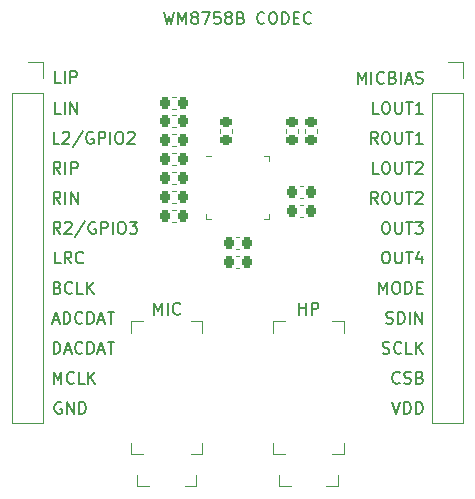
<source format=gto>
%TF.GenerationSoftware,KiCad,Pcbnew,(6.0.0-0)*%
%TF.CreationDate,2022-08-17T15:36:00+02:00*%
%TF.ProjectId,wm8758b_codec_breakout,776d3837-3538-4625-9f63-6f6465635f62,rev?*%
%TF.SameCoordinates,Original*%
%TF.FileFunction,Legend,Top*%
%TF.FilePolarity,Positive*%
%FSLAX46Y46*%
G04 Gerber Fmt 4.6, Leading zero omitted, Abs format (unit mm)*
G04 Created by KiCad (PCBNEW (6.0.0-0)) date 2022-08-17 15:36:00*
%MOMM*%
%LPD*%
G01*
G04 APERTURE LIST*
G04 Aperture macros list*
%AMRoundRect*
0 Rectangle with rounded corners*
0 $1 Rounding radius*
0 $2 $3 $4 $5 $6 $7 $8 $9 X,Y pos of 4 corners*
0 Add a 4 corners polygon primitive as box body*
4,1,4,$2,$3,$4,$5,$6,$7,$8,$9,$2,$3,0*
0 Add four circle primitives for the rounded corners*
1,1,$1+$1,$2,$3*
1,1,$1+$1,$4,$5*
1,1,$1+$1,$6,$7*
1,1,$1+$1,$8,$9*
0 Add four rect primitives between the rounded corners*
20,1,$1+$1,$2,$3,$4,$5,0*
20,1,$1+$1,$4,$5,$6,$7,0*
20,1,$1+$1,$6,$7,$8,$9,0*
20,1,$1+$1,$8,$9,$2,$3,0*%
G04 Aperture macros list end*
%ADD10C,0.150000*%
%ADD11C,0.120000*%
%ADD12R,1.700000X1.700000*%
%ADD13O,1.700000X1.700000*%
%ADD14RoundRect,0.225000X0.225000X0.250000X-0.225000X0.250000X-0.225000X-0.250000X0.225000X-0.250000X0*%
%ADD15RoundRect,0.225000X-0.225000X-0.250000X0.225000X-0.250000X0.225000X0.250000X-0.225000X0.250000X0*%
%ADD16RoundRect,0.225000X0.250000X-0.225000X0.250000X0.225000X-0.250000X0.225000X-0.250000X-0.225000X0*%
%ADD17R,0.400000X0.200000*%
%ADD18R,0.200000X0.400000*%
%ADD19R,0.862500X0.862500*%
%ADD20R,3.500000X1.500000*%
%ADD21C,2.500000*%
G04 APERTURE END LIST*
D10*
X161844500Y-73588380D02*
X161511166Y-73112190D01*
X161273071Y-73588380D02*
X161273071Y-72588380D01*
X161654023Y-72588380D01*
X161749261Y-72636000D01*
X161796880Y-72683619D01*
X161844500Y-72778857D01*
X161844500Y-72921714D01*
X161796880Y-73016952D01*
X161749261Y-73064571D01*
X161654023Y-73112190D01*
X161273071Y-73112190D01*
X162463547Y-72588380D02*
X162654023Y-72588380D01*
X162749261Y-72636000D01*
X162844500Y-72731238D01*
X162892119Y-72921714D01*
X162892119Y-73255047D01*
X162844500Y-73445523D01*
X162749261Y-73540761D01*
X162654023Y-73588380D01*
X162463547Y-73588380D01*
X162368309Y-73540761D01*
X162273071Y-73445523D01*
X162225452Y-73255047D01*
X162225452Y-72921714D01*
X162273071Y-72731238D01*
X162368309Y-72636000D01*
X162463547Y-72588380D01*
X163320690Y-72588380D02*
X163320690Y-73397904D01*
X163368309Y-73493142D01*
X163415928Y-73540761D01*
X163511166Y-73588380D01*
X163701642Y-73588380D01*
X163796880Y-73540761D01*
X163844500Y-73493142D01*
X163892119Y-73397904D01*
X163892119Y-72588380D01*
X164225452Y-72588380D02*
X164796880Y-72588380D01*
X164511166Y-73588380D02*
X164511166Y-72588380D01*
X165654023Y-73588380D02*
X165082595Y-73588380D01*
X165368309Y-73588380D02*
X165368309Y-72588380D01*
X165273071Y-72731238D01*
X165177833Y-72826476D01*
X165082595Y-72874095D01*
X161939738Y-71048380D02*
X161463547Y-71048380D01*
X161463547Y-70048380D01*
X162463547Y-70048380D02*
X162654023Y-70048380D01*
X162749261Y-70096000D01*
X162844500Y-70191238D01*
X162892119Y-70381714D01*
X162892119Y-70715047D01*
X162844500Y-70905523D01*
X162749261Y-71000761D01*
X162654023Y-71048380D01*
X162463547Y-71048380D01*
X162368309Y-71000761D01*
X162273071Y-70905523D01*
X162225452Y-70715047D01*
X162225452Y-70381714D01*
X162273071Y-70191238D01*
X162368309Y-70096000D01*
X162463547Y-70048380D01*
X163320690Y-70048380D02*
X163320690Y-70857904D01*
X163368309Y-70953142D01*
X163415928Y-71000761D01*
X163511166Y-71048380D01*
X163701642Y-71048380D01*
X163796880Y-71000761D01*
X163844500Y-70953142D01*
X163892119Y-70857904D01*
X163892119Y-70048380D01*
X164225452Y-70048380D02*
X164796880Y-70048380D01*
X164511166Y-71048380D02*
X164511166Y-70048380D01*
X165654023Y-71048380D02*
X165082595Y-71048380D01*
X165368309Y-71048380D02*
X165368309Y-70048380D01*
X165273071Y-70191238D01*
X165177833Y-70286476D01*
X165082595Y-70334095D01*
X160177833Y-68508380D02*
X160177833Y-67508380D01*
X160511166Y-68222666D01*
X160844500Y-67508380D01*
X160844500Y-68508380D01*
X161320690Y-68508380D02*
X161320690Y-67508380D01*
X162368309Y-68413142D02*
X162320690Y-68460761D01*
X162177833Y-68508380D01*
X162082595Y-68508380D01*
X161939738Y-68460761D01*
X161844500Y-68365523D01*
X161796880Y-68270285D01*
X161749261Y-68079809D01*
X161749261Y-67936952D01*
X161796880Y-67746476D01*
X161844500Y-67651238D01*
X161939738Y-67556000D01*
X162082595Y-67508380D01*
X162177833Y-67508380D01*
X162320690Y-67556000D01*
X162368309Y-67603619D01*
X163130214Y-67984571D02*
X163273071Y-68032190D01*
X163320690Y-68079809D01*
X163368309Y-68175047D01*
X163368309Y-68317904D01*
X163320690Y-68413142D01*
X163273071Y-68460761D01*
X163177833Y-68508380D01*
X162796880Y-68508380D01*
X162796880Y-67508380D01*
X163130214Y-67508380D01*
X163225452Y-67556000D01*
X163273071Y-67603619D01*
X163320690Y-67698857D01*
X163320690Y-67794095D01*
X163273071Y-67889333D01*
X163225452Y-67936952D01*
X163130214Y-67984571D01*
X162796880Y-67984571D01*
X163796880Y-68508380D02*
X163796880Y-67508380D01*
X164225452Y-68222666D02*
X164701642Y-68222666D01*
X164130214Y-68508380D02*
X164463547Y-67508380D01*
X164796880Y-68508380D01*
X165082595Y-68460761D02*
X165225452Y-68508380D01*
X165463547Y-68508380D01*
X165558785Y-68460761D01*
X165606404Y-68413142D01*
X165654023Y-68317904D01*
X165654023Y-68222666D01*
X165606404Y-68127428D01*
X165558785Y-68079809D01*
X165463547Y-68032190D01*
X165273071Y-67984571D01*
X165177833Y-67936952D01*
X165130214Y-67889333D01*
X165082595Y-67794095D01*
X165082595Y-67698857D01*
X165130214Y-67603619D01*
X165177833Y-67556000D01*
X165273071Y-67508380D01*
X165511166Y-67508380D01*
X165654023Y-67556000D01*
X135051404Y-95496000D02*
X134956166Y-95448380D01*
X134813309Y-95448380D01*
X134670452Y-95496000D01*
X134575214Y-95591238D01*
X134527595Y-95686476D01*
X134479976Y-95876952D01*
X134479976Y-96019809D01*
X134527595Y-96210285D01*
X134575214Y-96305523D01*
X134670452Y-96400761D01*
X134813309Y-96448380D01*
X134908547Y-96448380D01*
X135051404Y-96400761D01*
X135099023Y-96353142D01*
X135099023Y-96019809D01*
X134908547Y-96019809D01*
X135527595Y-96448380D02*
X135527595Y-95448380D01*
X136099023Y-96448380D01*
X136099023Y-95448380D01*
X136575214Y-96448380D02*
X136575214Y-95448380D01*
X136813309Y-95448380D01*
X136956166Y-95496000D01*
X137051404Y-95591238D01*
X137099023Y-95686476D01*
X137146642Y-95876952D01*
X137146642Y-96019809D01*
X137099023Y-96210285D01*
X137051404Y-96305523D01*
X136956166Y-96400761D01*
X136813309Y-96448380D01*
X136575214Y-96448380D01*
X134407595Y-93908380D02*
X134407595Y-92908380D01*
X134740928Y-93622666D01*
X135074261Y-92908380D01*
X135074261Y-93908380D01*
X136121880Y-93813142D02*
X136074261Y-93860761D01*
X135931404Y-93908380D01*
X135836166Y-93908380D01*
X135693309Y-93860761D01*
X135598071Y-93765523D01*
X135550452Y-93670285D01*
X135502833Y-93479809D01*
X135502833Y-93336952D01*
X135550452Y-93146476D01*
X135598071Y-93051238D01*
X135693309Y-92956000D01*
X135836166Y-92908380D01*
X135931404Y-92908380D01*
X136074261Y-92956000D01*
X136121880Y-93003619D01*
X137026642Y-93908380D02*
X136550452Y-93908380D01*
X136550452Y-92908380D01*
X137359976Y-93908380D02*
X137359976Y-92908380D01*
X137931404Y-93908380D02*
X137502833Y-93336952D01*
X137931404Y-92908380D02*
X137359976Y-93479809D01*
X134407595Y-91368380D02*
X134407595Y-90368380D01*
X134645690Y-90368380D01*
X134788547Y-90416000D01*
X134883785Y-90511238D01*
X134931404Y-90606476D01*
X134979023Y-90796952D01*
X134979023Y-90939809D01*
X134931404Y-91130285D01*
X134883785Y-91225523D01*
X134788547Y-91320761D01*
X134645690Y-91368380D01*
X134407595Y-91368380D01*
X135359976Y-91082666D02*
X135836166Y-91082666D01*
X135264738Y-91368380D02*
X135598071Y-90368380D01*
X135931404Y-91368380D01*
X136836166Y-91273142D02*
X136788547Y-91320761D01*
X136645690Y-91368380D01*
X136550452Y-91368380D01*
X136407595Y-91320761D01*
X136312357Y-91225523D01*
X136264738Y-91130285D01*
X136217119Y-90939809D01*
X136217119Y-90796952D01*
X136264738Y-90606476D01*
X136312357Y-90511238D01*
X136407595Y-90416000D01*
X136550452Y-90368380D01*
X136645690Y-90368380D01*
X136788547Y-90416000D01*
X136836166Y-90463619D01*
X137264738Y-91368380D02*
X137264738Y-90368380D01*
X137502833Y-90368380D01*
X137645690Y-90416000D01*
X137740928Y-90511238D01*
X137788547Y-90606476D01*
X137836166Y-90796952D01*
X137836166Y-90939809D01*
X137788547Y-91130285D01*
X137740928Y-91225523D01*
X137645690Y-91320761D01*
X137502833Y-91368380D01*
X137264738Y-91368380D01*
X138217119Y-91082666D02*
X138693309Y-91082666D01*
X138121880Y-91368380D02*
X138455214Y-90368380D01*
X138788547Y-91368380D01*
X138979023Y-90368380D02*
X139550452Y-90368380D01*
X139264738Y-91368380D02*
X139264738Y-90368380D01*
X134359976Y-88542666D02*
X134836166Y-88542666D01*
X134264738Y-88828380D02*
X134598071Y-87828380D01*
X134931404Y-88828380D01*
X135264738Y-88828380D02*
X135264738Y-87828380D01*
X135502833Y-87828380D01*
X135645690Y-87876000D01*
X135740928Y-87971238D01*
X135788547Y-88066476D01*
X135836166Y-88256952D01*
X135836166Y-88399809D01*
X135788547Y-88590285D01*
X135740928Y-88685523D01*
X135645690Y-88780761D01*
X135502833Y-88828380D01*
X135264738Y-88828380D01*
X136836166Y-88733142D02*
X136788547Y-88780761D01*
X136645690Y-88828380D01*
X136550452Y-88828380D01*
X136407595Y-88780761D01*
X136312357Y-88685523D01*
X136264738Y-88590285D01*
X136217119Y-88399809D01*
X136217119Y-88256952D01*
X136264738Y-88066476D01*
X136312357Y-87971238D01*
X136407595Y-87876000D01*
X136550452Y-87828380D01*
X136645690Y-87828380D01*
X136788547Y-87876000D01*
X136836166Y-87923619D01*
X137264738Y-88828380D02*
X137264738Y-87828380D01*
X137502833Y-87828380D01*
X137645690Y-87876000D01*
X137740928Y-87971238D01*
X137788547Y-88066476D01*
X137836166Y-88256952D01*
X137836166Y-88399809D01*
X137788547Y-88590285D01*
X137740928Y-88685523D01*
X137645690Y-88780761D01*
X137502833Y-88828380D01*
X137264738Y-88828380D01*
X138217119Y-88542666D02*
X138693309Y-88542666D01*
X138121880Y-88828380D02*
X138455214Y-87828380D01*
X138788547Y-88828380D01*
X138979023Y-87828380D02*
X139550452Y-87828380D01*
X139264738Y-88828380D02*
X139264738Y-87828380D01*
X134740928Y-85764571D02*
X134883785Y-85812190D01*
X134931404Y-85859809D01*
X134979023Y-85955047D01*
X134979023Y-86097904D01*
X134931404Y-86193142D01*
X134883785Y-86240761D01*
X134788547Y-86288380D01*
X134407595Y-86288380D01*
X134407595Y-85288380D01*
X134740928Y-85288380D01*
X134836166Y-85336000D01*
X134883785Y-85383619D01*
X134931404Y-85478857D01*
X134931404Y-85574095D01*
X134883785Y-85669333D01*
X134836166Y-85716952D01*
X134740928Y-85764571D01*
X134407595Y-85764571D01*
X135979023Y-86193142D02*
X135931404Y-86240761D01*
X135788547Y-86288380D01*
X135693309Y-86288380D01*
X135550452Y-86240761D01*
X135455214Y-86145523D01*
X135407595Y-86050285D01*
X135359976Y-85859809D01*
X135359976Y-85716952D01*
X135407595Y-85526476D01*
X135455214Y-85431238D01*
X135550452Y-85336000D01*
X135693309Y-85288380D01*
X135788547Y-85288380D01*
X135931404Y-85336000D01*
X135979023Y-85383619D01*
X136883785Y-86288380D02*
X136407595Y-86288380D01*
X136407595Y-85288380D01*
X137217119Y-86288380D02*
X137217119Y-85288380D01*
X137788547Y-86288380D02*
X137359976Y-85716952D01*
X137788547Y-85288380D02*
X137217119Y-85859809D01*
X135003785Y-83718380D02*
X134527595Y-83718380D01*
X134527595Y-82718380D01*
X135908547Y-83718380D02*
X135575214Y-83242190D01*
X135337119Y-83718380D02*
X135337119Y-82718380D01*
X135718071Y-82718380D01*
X135813309Y-82766000D01*
X135860928Y-82813619D01*
X135908547Y-82908857D01*
X135908547Y-83051714D01*
X135860928Y-83146952D01*
X135813309Y-83194571D01*
X135718071Y-83242190D01*
X135337119Y-83242190D01*
X136908547Y-83623142D02*
X136860928Y-83670761D01*
X136718071Y-83718380D01*
X136622833Y-83718380D01*
X136479976Y-83670761D01*
X136384738Y-83575523D01*
X136337119Y-83480285D01*
X136289500Y-83289809D01*
X136289500Y-83146952D01*
X136337119Y-82956476D01*
X136384738Y-82861238D01*
X136479976Y-82766000D01*
X136622833Y-82718380D01*
X136718071Y-82718380D01*
X136860928Y-82766000D01*
X136908547Y-82813619D01*
X134979023Y-81208380D02*
X134645690Y-80732190D01*
X134407595Y-81208380D02*
X134407595Y-80208380D01*
X134788547Y-80208380D01*
X134883785Y-80256000D01*
X134931404Y-80303619D01*
X134979023Y-80398857D01*
X134979023Y-80541714D01*
X134931404Y-80636952D01*
X134883785Y-80684571D01*
X134788547Y-80732190D01*
X134407595Y-80732190D01*
X135359976Y-80303619D02*
X135407595Y-80256000D01*
X135502833Y-80208380D01*
X135740928Y-80208380D01*
X135836166Y-80256000D01*
X135883785Y-80303619D01*
X135931404Y-80398857D01*
X135931404Y-80494095D01*
X135883785Y-80636952D01*
X135312357Y-81208380D01*
X135931404Y-81208380D01*
X137074261Y-80160761D02*
X136217119Y-81446476D01*
X137931404Y-80256000D02*
X137836166Y-80208380D01*
X137693309Y-80208380D01*
X137550452Y-80256000D01*
X137455214Y-80351238D01*
X137407595Y-80446476D01*
X137359976Y-80636952D01*
X137359976Y-80779809D01*
X137407595Y-80970285D01*
X137455214Y-81065523D01*
X137550452Y-81160761D01*
X137693309Y-81208380D01*
X137788547Y-81208380D01*
X137931404Y-81160761D01*
X137979023Y-81113142D01*
X137979023Y-80779809D01*
X137788547Y-80779809D01*
X138407595Y-81208380D02*
X138407595Y-80208380D01*
X138788547Y-80208380D01*
X138883785Y-80256000D01*
X138931404Y-80303619D01*
X138979023Y-80398857D01*
X138979023Y-80541714D01*
X138931404Y-80636952D01*
X138883785Y-80684571D01*
X138788547Y-80732190D01*
X138407595Y-80732190D01*
X139407595Y-81208380D02*
X139407595Y-80208380D01*
X140074261Y-80208380D02*
X140264738Y-80208380D01*
X140359976Y-80256000D01*
X140455214Y-80351238D01*
X140502833Y-80541714D01*
X140502833Y-80875047D01*
X140455214Y-81065523D01*
X140359976Y-81160761D01*
X140264738Y-81208380D01*
X140074261Y-81208380D01*
X139979023Y-81160761D01*
X139883785Y-81065523D01*
X139836166Y-80875047D01*
X139836166Y-80541714D01*
X139883785Y-80351238D01*
X139979023Y-80256000D01*
X140074261Y-80208380D01*
X140836166Y-80208380D02*
X141455214Y-80208380D01*
X141121880Y-80589333D01*
X141264738Y-80589333D01*
X141359976Y-80636952D01*
X141407595Y-80684571D01*
X141455214Y-80779809D01*
X141455214Y-81017904D01*
X141407595Y-81113142D01*
X141359976Y-81160761D01*
X141264738Y-81208380D01*
X140979023Y-81208380D01*
X140883785Y-81160761D01*
X140836166Y-81113142D01*
X134979023Y-78668380D02*
X134645690Y-78192190D01*
X134407595Y-78668380D02*
X134407595Y-77668380D01*
X134788547Y-77668380D01*
X134883785Y-77716000D01*
X134931404Y-77763619D01*
X134979023Y-77858857D01*
X134979023Y-78001714D01*
X134931404Y-78096952D01*
X134883785Y-78144571D01*
X134788547Y-78192190D01*
X134407595Y-78192190D01*
X135407595Y-78668380D02*
X135407595Y-77668380D01*
X135883785Y-78668380D02*
X135883785Y-77668380D01*
X136455214Y-78668380D01*
X136455214Y-77668380D01*
X134979023Y-76128380D02*
X134645690Y-75652190D01*
X134407595Y-76128380D02*
X134407595Y-75128380D01*
X134788547Y-75128380D01*
X134883785Y-75176000D01*
X134931404Y-75223619D01*
X134979023Y-75318857D01*
X134979023Y-75461714D01*
X134931404Y-75556952D01*
X134883785Y-75604571D01*
X134788547Y-75652190D01*
X134407595Y-75652190D01*
X135407595Y-76128380D02*
X135407595Y-75128380D01*
X135883785Y-76128380D02*
X135883785Y-75128380D01*
X136264738Y-75128380D01*
X136359976Y-75176000D01*
X136407595Y-75223619D01*
X136455214Y-75318857D01*
X136455214Y-75461714D01*
X136407595Y-75556952D01*
X136359976Y-75604571D01*
X136264738Y-75652190D01*
X135883785Y-75652190D01*
X134883785Y-73588380D02*
X134407595Y-73588380D01*
X134407595Y-72588380D01*
X135169500Y-72683619D02*
X135217119Y-72636000D01*
X135312357Y-72588380D01*
X135550452Y-72588380D01*
X135645690Y-72636000D01*
X135693309Y-72683619D01*
X135740928Y-72778857D01*
X135740928Y-72874095D01*
X135693309Y-73016952D01*
X135121880Y-73588380D01*
X135740928Y-73588380D01*
X136883785Y-72540761D02*
X136026642Y-73826476D01*
X137740928Y-72636000D02*
X137645690Y-72588380D01*
X137502833Y-72588380D01*
X137359976Y-72636000D01*
X137264738Y-72731238D01*
X137217119Y-72826476D01*
X137169500Y-73016952D01*
X137169500Y-73159809D01*
X137217119Y-73350285D01*
X137264738Y-73445523D01*
X137359976Y-73540761D01*
X137502833Y-73588380D01*
X137598071Y-73588380D01*
X137740928Y-73540761D01*
X137788547Y-73493142D01*
X137788547Y-73159809D01*
X137598071Y-73159809D01*
X138217119Y-73588380D02*
X138217119Y-72588380D01*
X138598071Y-72588380D01*
X138693309Y-72636000D01*
X138740928Y-72683619D01*
X138788547Y-72778857D01*
X138788547Y-72921714D01*
X138740928Y-73016952D01*
X138693309Y-73064571D01*
X138598071Y-73112190D01*
X138217119Y-73112190D01*
X139217119Y-73588380D02*
X139217119Y-72588380D01*
X139883785Y-72588380D02*
X140074261Y-72588380D01*
X140169500Y-72636000D01*
X140264738Y-72731238D01*
X140312357Y-72921714D01*
X140312357Y-73255047D01*
X140264738Y-73445523D01*
X140169500Y-73540761D01*
X140074261Y-73588380D01*
X139883785Y-73588380D01*
X139788547Y-73540761D01*
X139693309Y-73445523D01*
X139645690Y-73255047D01*
X139645690Y-72921714D01*
X139693309Y-72731238D01*
X139788547Y-72636000D01*
X139883785Y-72588380D01*
X140693309Y-72683619D02*
X140740928Y-72636000D01*
X140836166Y-72588380D01*
X141074261Y-72588380D01*
X141169500Y-72636000D01*
X141217119Y-72683619D01*
X141264738Y-72778857D01*
X141264738Y-72874095D01*
X141217119Y-73016952D01*
X140645690Y-73588380D01*
X141264738Y-73588380D01*
X135003785Y-71048380D02*
X134527595Y-71048380D01*
X134527595Y-70048380D01*
X135337119Y-71048380D02*
X135337119Y-70048380D01*
X135813309Y-71048380D02*
X135813309Y-70048380D01*
X136384738Y-71048380D01*
X136384738Y-70048380D01*
X135003785Y-68448380D02*
X134527595Y-68448380D01*
X134527595Y-67448380D01*
X135337119Y-68448380D02*
X135337119Y-67448380D01*
X135813309Y-68448380D02*
X135813309Y-67448380D01*
X136194261Y-67448380D01*
X136289500Y-67496000D01*
X136337119Y-67543619D01*
X136384738Y-67638857D01*
X136384738Y-67781714D01*
X136337119Y-67876952D01*
X136289500Y-67924571D01*
X136194261Y-67972190D01*
X135813309Y-67972190D01*
X163082595Y-95448380D02*
X163415928Y-96448380D01*
X163749261Y-95448380D01*
X164082595Y-96448380D02*
X164082595Y-95448380D01*
X164320690Y-95448380D01*
X164463547Y-95496000D01*
X164558785Y-95591238D01*
X164606404Y-95686476D01*
X164654023Y-95876952D01*
X164654023Y-96019809D01*
X164606404Y-96210285D01*
X164558785Y-96305523D01*
X164463547Y-96400761D01*
X164320690Y-96448380D01*
X164082595Y-96448380D01*
X165082595Y-96448380D02*
X165082595Y-95448380D01*
X165320690Y-95448380D01*
X165463547Y-95496000D01*
X165558785Y-95591238D01*
X165606404Y-95686476D01*
X165654023Y-95876952D01*
X165654023Y-96019809D01*
X165606404Y-96210285D01*
X165558785Y-96305523D01*
X165463547Y-96400761D01*
X165320690Y-96448380D01*
X165082595Y-96448380D01*
X163701642Y-93813142D02*
X163654023Y-93860761D01*
X163511166Y-93908380D01*
X163415928Y-93908380D01*
X163273071Y-93860761D01*
X163177833Y-93765523D01*
X163130214Y-93670285D01*
X163082595Y-93479809D01*
X163082595Y-93336952D01*
X163130214Y-93146476D01*
X163177833Y-93051238D01*
X163273071Y-92956000D01*
X163415928Y-92908380D01*
X163511166Y-92908380D01*
X163654023Y-92956000D01*
X163701642Y-93003619D01*
X164082595Y-93860761D02*
X164225452Y-93908380D01*
X164463547Y-93908380D01*
X164558785Y-93860761D01*
X164606404Y-93813142D01*
X164654023Y-93717904D01*
X164654023Y-93622666D01*
X164606404Y-93527428D01*
X164558785Y-93479809D01*
X164463547Y-93432190D01*
X164273071Y-93384571D01*
X164177833Y-93336952D01*
X164130214Y-93289333D01*
X164082595Y-93194095D01*
X164082595Y-93098857D01*
X164130214Y-93003619D01*
X164177833Y-92956000D01*
X164273071Y-92908380D01*
X164511166Y-92908380D01*
X164654023Y-92956000D01*
X165415928Y-93384571D02*
X165558785Y-93432190D01*
X165606404Y-93479809D01*
X165654023Y-93575047D01*
X165654023Y-93717904D01*
X165606404Y-93813142D01*
X165558785Y-93860761D01*
X165463547Y-93908380D01*
X165082595Y-93908380D01*
X165082595Y-92908380D01*
X165415928Y-92908380D01*
X165511166Y-92956000D01*
X165558785Y-93003619D01*
X165606404Y-93098857D01*
X165606404Y-93194095D01*
X165558785Y-93289333D01*
X165511166Y-93336952D01*
X165415928Y-93384571D01*
X165082595Y-93384571D01*
X162273071Y-91320761D02*
X162415928Y-91368380D01*
X162654023Y-91368380D01*
X162749261Y-91320761D01*
X162796880Y-91273142D01*
X162844500Y-91177904D01*
X162844500Y-91082666D01*
X162796880Y-90987428D01*
X162749261Y-90939809D01*
X162654023Y-90892190D01*
X162463547Y-90844571D01*
X162368309Y-90796952D01*
X162320690Y-90749333D01*
X162273071Y-90654095D01*
X162273071Y-90558857D01*
X162320690Y-90463619D01*
X162368309Y-90416000D01*
X162463547Y-90368380D01*
X162701642Y-90368380D01*
X162844500Y-90416000D01*
X163844500Y-91273142D02*
X163796880Y-91320761D01*
X163654023Y-91368380D01*
X163558785Y-91368380D01*
X163415928Y-91320761D01*
X163320690Y-91225523D01*
X163273071Y-91130285D01*
X163225452Y-90939809D01*
X163225452Y-90796952D01*
X163273071Y-90606476D01*
X163320690Y-90511238D01*
X163415928Y-90416000D01*
X163558785Y-90368380D01*
X163654023Y-90368380D01*
X163796880Y-90416000D01*
X163844500Y-90463619D01*
X164749261Y-91368380D02*
X164273071Y-91368380D01*
X164273071Y-90368380D01*
X165082595Y-91368380D02*
X165082595Y-90368380D01*
X165654023Y-91368380D02*
X165225452Y-90796952D01*
X165654023Y-90368380D02*
X165082595Y-90939809D01*
X161939738Y-76128380D02*
X161463547Y-76128380D01*
X161463547Y-75128380D01*
X162463547Y-75128380D02*
X162654023Y-75128380D01*
X162749261Y-75176000D01*
X162844500Y-75271238D01*
X162892119Y-75461714D01*
X162892119Y-75795047D01*
X162844500Y-75985523D01*
X162749261Y-76080761D01*
X162654023Y-76128380D01*
X162463547Y-76128380D01*
X162368309Y-76080761D01*
X162273071Y-75985523D01*
X162225452Y-75795047D01*
X162225452Y-75461714D01*
X162273071Y-75271238D01*
X162368309Y-75176000D01*
X162463547Y-75128380D01*
X163320690Y-75128380D02*
X163320690Y-75937904D01*
X163368309Y-76033142D01*
X163415928Y-76080761D01*
X163511166Y-76128380D01*
X163701642Y-76128380D01*
X163796880Y-76080761D01*
X163844500Y-76033142D01*
X163892119Y-75937904D01*
X163892119Y-75128380D01*
X164225452Y-75128380D02*
X164796880Y-75128380D01*
X164511166Y-76128380D02*
X164511166Y-75128380D01*
X165082595Y-75223619D02*
X165130214Y-75176000D01*
X165225452Y-75128380D01*
X165463547Y-75128380D01*
X165558785Y-75176000D01*
X165606404Y-75223619D01*
X165654023Y-75318857D01*
X165654023Y-75414095D01*
X165606404Y-75556952D01*
X165034976Y-76128380D01*
X165654023Y-76128380D01*
X161844500Y-78668380D02*
X161511166Y-78192190D01*
X161273071Y-78668380D02*
X161273071Y-77668380D01*
X161654023Y-77668380D01*
X161749261Y-77716000D01*
X161796880Y-77763619D01*
X161844500Y-77858857D01*
X161844500Y-78001714D01*
X161796880Y-78096952D01*
X161749261Y-78144571D01*
X161654023Y-78192190D01*
X161273071Y-78192190D01*
X162463547Y-77668380D02*
X162654023Y-77668380D01*
X162749261Y-77716000D01*
X162844500Y-77811238D01*
X162892119Y-78001714D01*
X162892119Y-78335047D01*
X162844500Y-78525523D01*
X162749261Y-78620761D01*
X162654023Y-78668380D01*
X162463547Y-78668380D01*
X162368309Y-78620761D01*
X162273071Y-78525523D01*
X162225452Y-78335047D01*
X162225452Y-78001714D01*
X162273071Y-77811238D01*
X162368309Y-77716000D01*
X162463547Y-77668380D01*
X163320690Y-77668380D02*
X163320690Y-78477904D01*
X163368309Y-78573142D01*
X163415928Y-78620761D01*
X163511166Y-78668380D01*
X163701642Y-78668380D01*
X163796880Y-78620761D01*
X163844500Y-78573142D01*
X163892119Y-78477904D01*
X163892119Y-77668380D01*
X164225452Y-77668380D02*
X164796880Y-77668380D01*
X164511166Y-78668380D02*
X164511166Y-77668380D01*
X165082595Y-77763619D02*
X165130214Y-77716000D01*
X165225452Y-77668380D01*
X165463547Y-77668380D01*
X165558785Y-77716000D01*
X165606404Y-77763619D01*
X165654023Y-77858857D01*
X165654023Y-77954095D01*
X165606404Y-78096952D01*
X165034976Y-78668380D01*
X165654023Y-78668380D01*
X162463547Y-80208380D02*
X162654023Y-80208380D01*
X162749261Y-80256000D01*
X162844500Y-80351238D01*
X162892119Y-80541714D01*
X162892119Y-80875047D01*
X162844500Y-81065523D01*
X162749261Y-81160761D01*
X162654023Y-81208380D01*
X162463547Y-81208380D01*
X162368309Y-81160761D01*
X162273071Y-81065523D01*
X162225452Y-80875047D01*
X162225452Y-80541714D01*
X162273071Y-80351238D01*
X162368309Y-80256000D01*
X162463547Y-80208380D01*
X163320690Y-80208380D02*
X163320690Y-81017904D01*
X163368309Y-81113142D01*
X163415928Y-81160761D01*
X163511166Y-81208380D01*
X163701642Y-81208380D01*
X163796880Y-81160761D01*
X163844500Y-81113142D01*
X163892119Y-81017904D01*
X163892119Y-80208380D01*
X164225452Y-80208380D02*
X164796880Y-80208380D01*
X164511166Y-81208380D02*
X164511166Y-80208380D01*
X165034976Y-80208380D02*
X165654023Y-80208380D01*
X165320690Y-80589333D01*
X165463547Y-80589333D01*
X165558785Y-80636952D01*
X165606404Y-80684571D01*
X165654023Y-80779809D01*
X165654023Y-81017904D01*
X165606404Y-81113142D01*
X165558785Y-81160761D01*
X165463547Y-81208380D01*
X165177833Y-81208380D01*
X165082595Y-81160761D01*
X165034976Y-81113142D01*
X162558785Y-88780761D02*
X162701642Y-88828380D01*
X162939738Y-88828380D01*
X163034976Y-88780761D01*
X163082595Y-88733142D01*
X163130214Y-88637904D01*
X163130214Y-88542666D01*
X163082595Y-88447428D01*
X163034976Y-88399809D01*
X162939738Y-88352190D01*
X162749261Y-88304571D01*
X162654023Y-88256952D01*
X162606404Y-88209333D01*
X162558785Y-88114095D01*
X162558785Y-88018857D01*
X162606404Y-87923619D01*
X162654023Y-87876000D01*
X162749261Y-87828380D01*
X162987357Y-87828380D01*
X163130214Y-87876000D01*
X163558785Y-88828380D02*
X163558785Y-87828380D01*
X163796880Y-87828380D01*
X163939738Y-87876000D01*
X164034976Y-87971238D01*
X164082595Y-88066476D01*
X164130214Y-88256952D01*
X164130214Y-88399809D01*
X164082595Y-88590285D01*
X164034976Y-88685523D01*
X163939738Y-88780761D01*
X163796880Y-88828380D01*
X163558785Y-88828380D01*
X164558785Y-88828380D02*
X164558785Y-87828380D01*
X165034976Y-88828380D02*
X165034976Y-87828380D01*
X165606404Y-88828380D01*
X165606404Y-87828380D01*
X162463547Y-82718380D02*
X162654023Y-82718380D01*
X162749261Y-82766000D01*
X162844500Y-82861238D01*
X162892119Y-83051714D01*
X162892119Y-83385047D01*
X162844500Y-83575523D01*
X162749261Y-83670761D01*
X162654023Y-83718380D01*
X162463547Y-83718380D01*
X162368309Y-83670761D01*
X162273071Y-83575523D01*
X162225452Y-83385047D01*
X162225452Y-83051714D01*
X162273071Y-82861238D01*
X162368309Y-82766000D01*
X162463547Y-82718380D01*
X163320690Y-82718380D02*
X163320690Y-83527904D01*
X163368309Y-83623142D01*
X163415928Y-83670761D01*
X163511166Y-83718380D01*
X163701642Y-83718380D01*
X163796880Y-83670761D01*
X163844500Y-83623142D01*
X163892119Y-83527904D01*
X163892119Y-82718380D01*
X164225452Y-82718380D02*
X164796880Y-82718380D01*
X164511166Y-83718380D02*
X164511166Y-82718380D01*
X165558785Y-83051714D02*
X165558785Y-83718380D01*
X165320690Y-82670761D02*
X165082595Y-83385047D01*
X165701642Y-83385047D01*
X161987357Y-86288380D02*
X161987357Y-85288380D01*
X162320690Y-86002666D01*
X162654023Y-85288380D01*
X162654023Y-86288380D01*
X163320690Y-85288380D02*
X163511166Y-85288380D01*
X163606404Y-85336000D01*
X163701642Y-85431238D01*
X163749261Y-85621714D01*
X163749261Y-85955047D01*
X163701642Y-86145523D01*
X163606404Y-86240761D01*
X163511166Y-86288380D01*
X163320690Y-86288380D01*
X163225452Y-86240761D01*
X163130214Y-86145523D01*
X163082595Y-85955047D01*
X163082595Y-85621714D01*
X163130214Y-85431238D01*
X163225452Y-85336000D01*
X163320690Y-85288380D01*
X164177833Y-86288380D02*
X164177833Y-85288380D01*
X164415928Y-85288380D01*
X164558785Y-85336000D01*
X164654023Y-85431238D01*
X164701642Y-85526476D01*
X164749261Y-85716952D01*
X164749261Y-85859809D01*
X164701642Y-86050285D01*
X164654023Y-86145523D01*
X164558785Y-86240761D01*
X164415928Y-86288380D01*
X164177833Y-86288380D01*
X165177833Y-85764571D02*
X165511166Y-85764571D01*
X165654023Y-86288380D02*
X165177833Y-86288380D01*
X165177833Y-85288380D01*
X165654023Y-85288380D01*
X155214285Y-88052380D02*
X155214285Y-87052380D01*
X155214285Y-87528571D02*
X155785714Y-87528571D01*
X155785714Y-88052380D02*
X155785714Y-87052380D01*
X156261904Y-88052380D02*
X156261904Y-87052380D01*
X156642857Y-87052380D01*
X156738095Y-87100000D01*
X156785714Y-87147619D01*
X156833333Y-87242857D01*
X156833333Y-87385714D01*
X156785714Y-87480952D01*
X156738095Y-87528571D01*
X156642857Y-87576190D01*
X156261904Y-87576190D01*
X142928571Y-88052380D02*
X142928571Y-87052380D01*
X143261904Y-87766666D01*
X143595238Y-87052380D01*
X143595238Y-88052380D01*
X144071428Y-88052380D02*
X144071428Y-87052380D01*
X145119047Y-87957142D02*
X145071428Y-88004761D01*
X144928571Y-88052380D01*
X144833333Y-88052380D01*
X144690476Y-88004761D01*
X144595238Y-87909523D01*
X144547619Y-87814285D01*
X144500000Y-87623809D01*
X144500000Y-87480952D01*
X144547619Y-87290476D01*
X144595238Y-87195238D01*
X144690476Y-87100000D01*
X144833333Y-87052380D01*
X144928571Y-87052380D01*
X145071428Y-87100000D01*
X145119047Y-87147619D01*
X143738095Y-62452380D02*
X143976190Y-63452380D01*
X144166666Y-62738095D01*
X144357142Y-63452380D01*
X144595238Y-62452380D01*
X144976190Y-63452380D02*
X144976190Y-62452380D01*
X145309523Y-63166666D01*
X145642857Y-62452380D01*
X145642857Y-63452380D01*
X146261904Y-62880952D02*
X146166666Y-62833333D01*
X146119047Y-62785714D01*
X146071428Y-62690476D01*
X146071428Y-62642857D01*
X146119047Y-62547619D01*
X146166666Y-62500000D01*
X146261904Y-62452380D01*
X146452380Y-62452380D01*
X146547619Y-62500000D01*
X146595238Y-62547619D01*
X146642857Y-62642857D01*
X146642857Y-62690476D01*
X146595238Y-62785714D01*
X146547619Y-62833333D01*
X146452380Y-62880952D01*
X146261904Y-62880952D01*
X146166666Y-62928571D01*
X146119047Y-62976190D01*
X146071428Y-63071428D01*
X146071428Y-63261904D01*
X146119047Y-63357142D01*
X146166666Y-63404761D01*
X146261904Y-63452380D01*
X146452380Y-63452380D01*
X146547619Y-63404761D01*
X146595238Y-63357142D01*
X146642857Y-63261904D01*
X146642857Y-63071428D01*
X146595238Y-62976190D01*
X146547619Y-62928571D01*
X146452380Y-62880952D01*
X146976190Y-62452380D02*
X147642857Y-62452380D01*
X147214285Y-63452380D01*
X148500000Y-62452380D02*
X148023809Y-62452380D01*
X147976190Y-62928571D01*
X148023809Y-62880952D01*
X148119047Y-62833333D01*
X148357142Y-62833333D01*
X148452380Y-62880952D01*
X148500000Y-62928571D01*
X148547619Y-63023809D01*
X148547619Y-63261904D01*
X148500000Y-63357142D01*
X148452380Y-63404761D01*
X148357142Y-63452380D01*
X148119047Y-63452380D01*
X148023809Y-63404761D01*
X147976190Y-63357142D01*
X149119047Y-62880952D02*
X149023809Y-62833333D01*
X148976190Y-62785714D01*
X148928571Y-62690476D01*
X148928571Y-62642857D01*
X148976190Y-62547619D01*
X149023809Y-62500000D01*
X149119047Y-62452380D01*
X149309523Y-62452380D01*
X149404761Y-62500000D01*
X149452380Y-62547619D01*
X149500000Y-62642857D01*
X149500000Y-62690476D01*
X149452380Y-62785714D01*
X149404761Y-62833333D01*
X149309523Y-62880952D01*
X149119047Y-62880952D01*
X149023809Y-62928571D01*
X148976190Y-62976190D01*
X148928571Y-63071428D01*
X148928571Y-63261904D01*
X148976190Y-63357142D01*
X149023809Y-63404761D01*
X149119047Y-63452380D01*
X149309523Y-63452380D01*
X149404761Y-63404761D01*
X149452380Y-63357142D01*
X149500000Y-63261904D01*
X149500000Y-63071428D01*
X149452380Y-62976190D01*
X149404761Y-62928571D01*
X149309523Y-62880952D01*
X150261904Y-62928571D02*
X150404761Y-62976190D01*
X150452380Y-63023809D01*
X150500000Y-63119047D01*
X150500000Y-63261904D01*
X150452380Y-63357142D01*
X150404761Y-63404761D01*
X150309523Y-63452380D01*
X149928571Y-63452380D01*
X149928571Y-62452380D01*
X150261904Y-62452380D01*
X150357142Y-62500000D01*
X150404761Y-62547619D01*
X150452380Y-62642857D01*
X150452380Y-62738095D01*
X150404761Y-62833333D01*
X150357142Y-62880952D01*
X150261904Y-62928571D01*
X149928571Y-62928571D01*
X152261904Y-63357142D02*
X152214285Y-63404761D01*
X152071428Y-63452380D01*
X151976190Y-63452380D01*
X151833333Y-63404761D01*
X151738095Y-63309523D01*
X151690476Y-63214285D01*
X151642857Y-63023809D01*
X151642857Y-62880952D01*
X151690476Y-62690476D01*
X151738095Y-62595238D01*
X151833333Y-62500000D01*
X151976190Y-62452380D01*
X152071428Y-62452380D01*
X152214285Y-62500000D01*
X152261904Y-62547619D01*
X152880952Y-62452380D02*
X153071428Y-62452380D01*
X153166666Y-62500000D01*
X153261904Y-62595238D01*
X153309523Y-62785714D01*
X153309523Y-63119047D01*
X153261904Y-63309523D01*
X153166666Y-63404761D01*
X153071428Y-63452380D01*
X152880952Y-63452380D01*
X152785714Y-63404761D01*
X152690476Y-63309523D01*
X152642857Y-63119047D01*
X152642857Y-62785714D01*
X152690476Y-62595238D01*
X152785714Y-62500000D01*
X152880952Y-62452380D01*
X153738095Y-63452380D02*
X153738095Y-62452380D01*
X153976190Y-62452380D01*
X154119047Y-62500000D01*
X154214285Y-62595238D01*
X154261904Y-62690476D01*
X154309523Y-62880952D01*
X154309523Y-63023809D01*
X154261904Y-63214285D01*
X154214285Y-63309523D01*
X154119047Y-63404761D01*
X153976190Y-63452380D01*
X153738095Y-63452380D01*
X154738095Y-62928571D02*
X155071428Y-62928571D01*
X155214285Y-63452380D02*
X154738095Y-63452380D01*
X154738095Y-62452380D01*
X155214285Y-62452380D01*
X156214285Y-63357142D02*
X156166666Y-63404761D01*
X156023809Y-63452380D01*
X155928571Y-63452380D01*
X155785714Y-63404761D01*
X155690476Y-63309523D01*
X155642857Y-63214285D01*
X155595238Y-63023809D01*
X155595238Y-62880952D01*
X155642857Y-62690476D01*
X155690476Y-62595238D01*
X155785714Y-62500000D01*
X155928571Y-62452380D01*
X156023809Y-62452380D01*
X156166666Y-62500000D01*
X156214285Y-62547619D01*
D11*
%TO.C,J1*%
X130890000Y-69266000D02*
X130890000Y-97266000D01*
X133550000Y-66666000D02*
X133550000Y-67996000D01*
X130890000Y-69266000D02*
X133550000Y-69266000D01*
X130890000Y-97266000D02*
X133550000Y-97266000D01*
X133550000Y-69266000D02*
X133550000Y-97266000D01*
X132220000Y-66666000D02*
X133550000Y-66666000D01*
%TO.C,C8*%
X144740580Y-80210000D02*
X144459420Y-80210000D01*
X144740580Y-79190000D02*
X144459420Y-79190000D01*
%TO.C,C10*%
X144740580Y-74390000D02*
X144459420Y-74390000D01*
X144740580Y-75410000D02*
X144459420Y-75410000D01*
%TO.C,C4*%
X149859420Y-83090000D02*
X150140580Y-83090000D01*
X149859420Y-84110000D02*
X150140580Y-84110000D01*
%TO.C,C3*%
X149859420Y-82510000D02*
X150140580Y-82510000D01*
X149859420Y-81490000D02*
X150140580Y-81490000D01*
%TO.C,C12*%
X155540580Y-79810000D02*
X155259420Y-79810000D01*
X155540580Y-78790000D02*
X155259420Y-78790000D01*
%TO.C,C13*%
X155259420Y-77190000D02*
X155540580Y-77190000D01*
X155259420Y-78210000D02*
X155540580Y-78210000D01*
%TO.C,C6*%
X144740580Y-70610000D02*
X144459420Y-70610000D01*
X144740580Y-69590000D02*
X144459420Y-69590000D01*
%TO.C,C2*%
X155690000Y-72640580D02*
X155690000Y-72359420D01*
X156710000Y-72640580D02*
X156710000Y-72359420D01*
%TO.C,C5*%
X155110000Y-72640580D02*
X155110000Y-72359420D01*
X154090000Y-72640580D02*
X154090000Y-72359420D01*
%TO.C,C1*%
X149510000Y-72640580D02*
X149510000Y-72359420D01*
X148490000Y-72640580D02*
X148490000Y-72359420D01*
%TO.C,J2*%
X167780000Y-66666000D02*
X169110000Y-66666000D01*
X166450000Y-69266000D02*
X166450000Y-97266000D01*
X169110000Y-66666000D02*
X169110000Y-67996000D01*
X169110000Y-69266000D02*
X169110000Y-97266000D01*
X166450000Y-69266000D02*
X169110000Y-69266000D01*
X166450000Y-97266000D02*
X169110000Y-97266000D01*
%TO.C,U1*%
X152250000Y-74650000D02*
X152650000Y-74650000D01*
X147750000Y-79950000D02*
X147350000Y-79950000D01*
X152650000Y-79950000D02*
X152650000Y-79550000D01*
X152250000Y-79950000D02*
X152650000Y-79950000D01*
X147750000Y-74650000D02*
X147300000Y-74650000D01*
X147350000Y-79950000D02*
X147350000Y-79550000D01*
X152650000Y-74650000D02*
X152650000Y-75050000D01*
%TO.C,C11*%
X144459420Y-78610000D02*
X144740580Y-78610000D01*
X144459420Y-77590000D02*
X144740580Y-77590000D01*
%TO.C,C15*%
X144740580Y-72210000D02*
X144459420Y-72210000D01*
X144740580Y-71190000D02*
X144459420Y-71190000D01*
%TO.C,C16*%
X144740580Y-73810000D02*
X144459420Y-73810000D01*
X144740580Y-72790000D02*
X144459420Y-72790000D01*
%TO.C,C19*%
X144459420Y-77010000D02*
X144740580Y-77010000D01*
X144459420Y-75990000D02*
X144740580Y-75990000D01*
%TO.C,J101*%
X141000000Y-88600000D02*
X142000000Y-88600000D01*
X141000000Y-98900000D02*
X141000000Y-99900000D01*
X147000000Y-88600000D02*
X147000000Y-89600000D01*
X141000000Y-99900000D02*
X142000000Y-99900000D01*
X147000000Y-98900000D02*
X147000000Y-99900000D01*
X147000000Y-99900000D02*
X146000000Y-99900000D01*
X141500000Y-102600000D02*
X142500000Y-102600000D01*
X146000000Y-88600000D02*
X147000000Y-88600000D01*
X146500000Y-102600000D02*
X145500000Y-102600000D01*
X141000000Y-89600000D02*
X141000000Y-88600000D01*
X141500000Y-101600000D02*
X141500000Y-102600000D01*
X146500000Y-101600000D02*
X146500000Y-102600000D01*
%TO.C,J102*%
X153000000Y-88600000D02*
X154000000Y-88600000D01*
X153500000Y-102600000D02*
X154500000Y-102600000D01*
X153000000Y-98900000D02*
X153000000Y-99900000D01*
X153000000Y-99900000D02*
X154000000Y-99900000D01*
X158500000Y-102600000D02*
X157500000Y-102600000D01*
X158500000Y-101600000D02*
X158500000Y-102600000D01*
X158000000Y-88600000D02*
X159000000Y-88600000D01*
X153500000Y-101600000D02*
X153500000Y-102600000D01*
X159000000Y-98900000D02*
X159000000Y-99900000D01*
X153000000Y-89600000D02*
X153000000Y-88600000D01*
X159000000Y-99900000D02*
X158000000Y-99900000D01*
X159000000Y-88600000D02*
X159000000Y-89600000D01*
%TD*%
%LPC*%
D12*
%TO.C,J1*%
X132220000Y-67996000D03*
D13*
X132220000Y-70536000D03*
X132220000Y-73076000D03*
X132220000Y-75616000D03*
X132220000Y-78156000D03*
X132220000Y-80696000D03*
X132220000Y-83236000D03*
X132220000Y-85776000D03*
X132220000Y-88316000D03*
X132220000Y-90856000D03*
X132220000Y-93396000D03*
X132220000Y-95936000D03*
%TD*%
D14*
%TO.C,C8*%
X145375000Y-79700000D03*
X143825000Y-79700000D03*
%TD*%
%TO.C,C10*%
X145375000Y-74900000D03*
X143825000Y-74900000D03*
%TD*%
D15*
%TO.C,C4*%
X149225000Y-83600000D03*
X150775000Y-83600000D03*
%TD*%
%TO.C,C3*%
X149225000Y-82000000D03*
X150775000Y-82000000D03*
%TD*%
D14*
%TO.C,C12*%
X156175000Y-79300000D03*
X154625000Y-79300000D03*
%TD*%
D15*
%TO.C,C13*%
X154625000Y-77700000D03*
X156175000Y-77700000D03*
%TD*%
D14*
%TO.C,C6*%
X145375000Y-70100000D03*
X143825000Y-70100000D03*
%TD*%
D16*
%TO.C,C2*%
X156200000Y-73275000D03*
X156200000Y-71725000D03*
%TD*%
%TO.C,C5*%
X154600000Y-73275000D03*
X154600000Y-71725000D03*
%TD*%
%TO.C,C1*%
X149000000Y-73275000D03*
X149000000Y-71725000D03*
%TD*%
D12*
%TO.C,J2*%
X167780000Y-67996000D03*
D13*
X167780000Y-70536000D03*
X167780000Y-73076000D03*
X167780000Y-75616000D03*
X167780000Y-78156000D03*
X167780000Y-80696000D03*
X167780000Y-83236000D03*
X167780000Y-85776000D03*
X167780000Y-88316000D03*
X167780000Y-90856000D03*
X167780000Y-93396000D03*
X167780000Y-95936000D03*
%TD*%
D17*
%TO.C,U1*%
X147700000Y-75550000D03*
X147700000Y-76050000D03*
X147700000Y-76550000D03*
X147700000Y-77050000D03*
X147700000Y-77550000D03*
X147700000Y-78050000D03*
X147700000Y-78550000D03*
X147700000Y-79050000D03*
D18*
X148250000Y-79600000D03*
X148750000Y-79600000D03*
X149250000Y-79600000D03*
X149750000Y-79600000D03*
X150250000Y-79600000D03*
X150750000Y-79600000D03*
X151250000Y-79600000D03*
X151750000Y-79600000D03*
D17*
X152300000Y-79050000D03*
X152300000Y-78550000D03*
X152300000Y-78050000D03*
X152300000Y-77550000D03*
X152300000Y-77050000D03*
X152300000Y-76550000D03*
X152300000Y-76050000D03*
X152300000Y-75550000D03*
D18*
X151750000Y-75000000D03*
X151250000Y-75000000D03*
X150750000Y-75000000D03*
X150250000Y-75000000D03*
X149750000Y-75000000D03*
X149250000Y-75000000D03*
X148750000Y-75000000D03*
X148250000Y-75000000D03*
D19*
X148706250Y-77731250D03*
X150431250Y-78593750D03*
X151293750Y-78593750D03*
X150431250Y-77731250D03*
X151293750Y-76006250D03*
X148706250Y-78593750D03*
X149568750Y-76868750D03*
X151293750Y-77731250D03*
X148706250Y-76006250D03*
X150431250Y-76006250D03*
X150431250Y-76868750D03*
X151293750Y-76868750D03*
X149568750Y-78593750D03*
X149568750Y-77731250D03*
X148706250Y-76868750D03*
X149568750Y-76006250D03*
%TD*%
D15*
%TO.C,C11*%
X143825000Y-78100000D03*
X145375000Y-78100000D03*
%TD*%
D14*
%TO.C,C15*%
X145375000Y-71700000D03*
X143825000Y-71700000D03*
%TD*%
%TO.C,C16*%
X145375000Y-73300000D03*
X143825000Y-73300000D03*
%TD*%
D15*
%TO.C,C19*%
X143825000Y-76500000D03*
X145375000Y-76500000D03*
%TD*%
D20*
%TO.C,J101*%
X140250000Y-95800000D03*
X147750000Y-97800000D03*
X147700000Y-91050000D03*
%TD*%
D21*
%TO.C,REF\u002A\u002A*%
X167000000Y-63000000D03*
%TD*%
D20*
%TO.C,J102*%
X152250000Y-95800000D03*
X159750000Y-97800000D03*
X159700000Y-91050000D03*
%TD*%
D21*
%TO.C,REF\u002A\u002A*%
X133000000Y-63000000D03*
%TD*%
M02*

</source>
